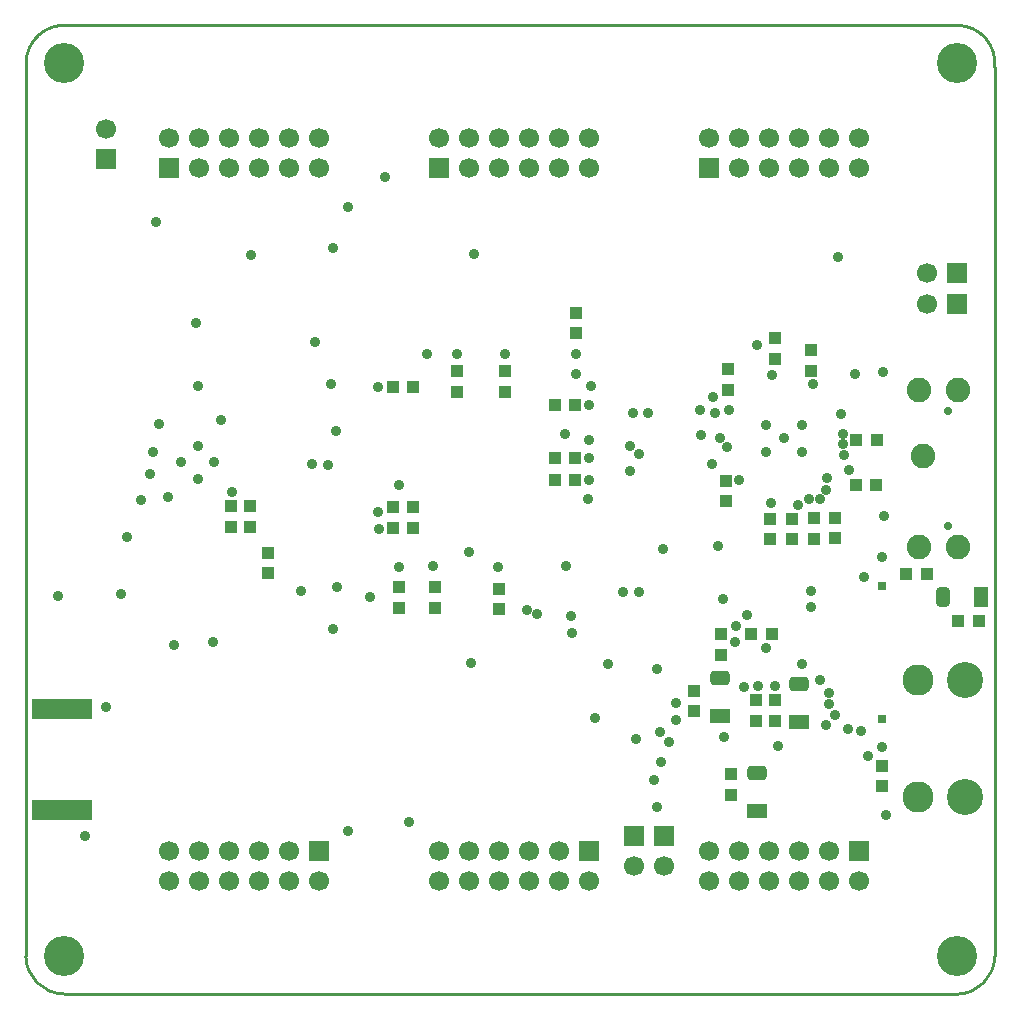
<source format=gbs>
G04*
G04 #@! TF.GenerationSoftware,Altium Limited,Altium Designer,20.2.5 (213)*
G04*
G04 Layer_Color=16711935*
%FSLAX42Y42*%
%MOMM*%
G71*
G04*
G04 #@! TF.SameCoordinates,314019C8-8427-4676-9664-B8FEBD72C539*
G04*
G04*
G04 #@! TF.FilePolarity,Negative*
G04*
G01*
G75*
%ADD13C,0.25*%
%ADD55R,1.00X1.00*%
%ADD58R,1.00X1.00*%
%ADD59R,0.80X0.80*%
G04:AMPARAMS|DCode=60|XSize=0.8mm|YSize=0.8mm|CornerRadius=0.25mm|HoleSize=0mm|Usage=FLASHONLY|Rotation=270.000|XOffset=0mm|YOffset=0mm|HoleType=Round|Shape=RoundedRectangle|*
%AMROUNDEDRECTD60*
21,1,0.80,0.30,0,0,270.0*
21,1,0.30,0.80,0,0,270.0*
1,1,0.50,-0.15,-0.15*
1,1,0.50,-0.15,0.15*
1,1,0.50,0.15,0.15*
1,1,0.50,0.15,-0.15*
%
%ADD60ROUNDEDRECTD60*%
%ADD71R,5.10X1.80*%
%ADD90C,0.70*%
%ADD91C,2.08*%
%ADD92C,2.63*%
%ADD93C,3.05*%
%ADD94C,1.70*%
%ADD95R,1.70X1.70*%
%ADD96R,1.70X1.70*%
%ADD97C,3.40*%
%ADD98C,0.91*%
%ADD117R,1.20X1.70*%
G04:AMPARAMS|DCode=118|XSize=1.2mm|YSize=1.7mm|CornerRadius=0.35mm|HoleSize=0mm|Usage=FLASHONLY|Rotation=0.000|XOffset=0mm|YOffset=0mm|HoleType=Round|Shape=RoundedRectangle|*
%AMROUNDEDRECTD118*
21,1,1.20,1.00,0,0,0.0*
21,1,0.50,1.70,0,0,0.0*
1,1,0.70,0.25,-0.50*
1,1,0.70,-0.25,-0.50*
1,1,0.70,-0.25,0.50*
1,1,0.70,0.25,0.50*
%
%ADD118ROUNDEDRECTD118*%
G04:AMPARAMS|DCode=119|XSize=1.2mm|YSize=1.7mm|CornerRadius=0.35mm|HoleSize=0mm|Usage=FLASHONLY|Rotation=270.000|XOffset=0mm|YOffset=0mm|HoleType=Round|Shape=RoundedRectangle|*
%AMROUNDEDRECTD119*
21,1,1.20,1.00,0,0,270.0*
21,1,0.50,1.70,0,0,270.0*
1,1,0.70,-0.50,-0.25*
1,1,0.70,-0.50,0.25*
1,1,0.70,0.50,0.25*
1,1,0.70,0.50,-0.25*
%
%ADD119ROUNDEDRECTD119*%
%ADD120R,1.70X1.20*%
D13*
X10799Y10444D02*
G03*
X10483Y10801I-316J38D01*
G01*
X10480Y2597D02*
G03*
X10801Y2921I-3J324D01*
G01*
X2597Y2921D02*
G03*
X2921Y2600I324J3D01*
G01*
X2962Y10799D02*
G03*
X2600Y10478I-39J-321D01*
G01*
X2962Y10799D02*
X2962Y10799D01*
X2598Y2921D02*
X2600Y10478D01*
X2921Y2600D02*
X10480Y2597D01*
X2911Y10800D02*
X10483Y10801D01*
X10800Y10444D02*
X10801Y2921D01*
D55*
X7075Y6947D02*
D03*
X7250D02*
D03*
X7075Y7582D02*
D03*
X7250D02*
D03*
X9798Y6909D02*
D03*
X9623D02*
D03*
X5704Y6718D02*
D03*
X5879D02*
D03*
X7075Y7137D02*
D03*
X7250D02*
D03*
X10052Y6152D02*
D03*
X10227D02*
D03*
X5704Y7734D02*
D03*
X5879D02*
D03*
X5704Y6541D02*
D03*
X5879D02*
D03*
X9628Y7290D02*
D03*
X9803D02*
D03*
X10667Y5753D02*
D03*
X10492D02*
D03*
X8914Y5651D02*
D03*
X8739D02*
D03*
D58*
X6058Y6044D02*
D03*
Y5869D02*
D03*
X6604Y6031D02*
D03*
Y5856D02*
D03*
X6248Y7873D02*
D03*
Y7698D02*
D03*
X6655Y7873D02*
D03*
Y7698D02*
D03*
X8546Y7888D02*
D03*
Y7713D02*
D03*
X8522Y6771D02*
D03*
Y6946D02*
D03*
X9246Y8049D02*
D03*
Y7874D02*
D03*
X9086Y6622D02*
D03*
Y6447D02*
D03*
X5753Y6044D02*
D03*
Y5869D02*
D03*
X7252Y8368D02*
D03*
Y8193D02*
D03*
X8941Y8151D02*
D03*
Y7976D02*
D03*
X9843Y4358D02*
D03*
Y4533D02*
D03*
X8479Y5473D02*
D03*
Y5648D02*
D03*
X9449Y6456D02*
D03*
Y6631D02*
D03*
X9271Y6453D02*
D03*
Y6628D02*
D03*
X8898Y6447D02*
D03*
Y6622D02*
D03*
X8776Y5086D02*
D03*
Y4911D02*
D03*
X4331Y6555D02*
D03*
Y6730D02*
D03*
X4496Y6555D02*
D03*
Y6730D02*
D03*
X4648Y6336D02*
D03*
Y6161D02*
D03*
X8570Y4461D02*
D03*
Y4286D02*
D03*
X8941Y5086D02*
D03*
Y4911D02*
D03*
X8255Y5167D02*
D03*
Y4992D02*
D03*
D59*
X9843Y6054D02*
D03*
Y4931D02*
D03*
D60*
Y6299D02*
D03*
Y4687D02*
D03*
D71*
X2901Y4160D02*
D03*
Y5010D02*
D03*
D90*
X10407Y7539D02*
D03*
Y6558D02*
D03*
D91*
X10157Y6383D02*
D03*
X10197Y7158D02*
D03*
X10157Y7714D02*
D03*
X10493D02*
D03*
Y6383D02*
D03*
D92*
X10149Y4265D02*
D03*
Y5254D02*
D03*
D93*
X10549Y4265D02*
D03*
Y5254D02*
D03*
D94*
X10224Y8700D02*
D03*
Y8440D02*
D03*
X7747Y3683D02*
D03*
X8001D02*
D03*
X5080Y3556D02*
D03*
X4826Y3810D02*
D03*
X4572D02*
D03*
X4318D02*
D03*
X4064D02*
D03*
X3810D02*
D03*
X4826Y3556D02*
D03*
X4572D02*
D03*
X4318D02*
D03*
X4064D02*
D03*
X3810D02*
D03*
X6096D02*
D03*
X6350D02*
D03*
X6604D02*
D03*
X6858D02*
D03*
X7112D02*
D03*
X6096Y3810D02*
D03*
X6350D02*
D03*
X6604D02*
D03*
X6858D02*
D03*
X7112D02*
D03*
X7366Y3556D02*
D03*
X8382D02*
D03*
X8636D02*
D03*
X8890D02*
D03*
X9144D02*
D03*
X9398D02*
D03*
X8382Y3810D02*
D03*
X8636D02*
D03*
X8890D02*
D03*
X9144D02*
D03*
X9398D02*
D03*
X9652Y3556D02*
D03*
X5080Y9843D02*
D03*
X4826D02*
D03*
X4572D02*
D03*
X4318D02*
D03*
X4064D02*
D03*
X5080Y9589D02*
D03*
X4826D02*
D03*
X4572D02*
D03*
X4318D02*
D03*
X4064D02*
D03*
X3810Y9843D02*
D03*
X7366D02*
D03*
X7112D02*
D03*
X6858D02*
D03*
X6604D02*
D03*
X6350D02*
D03*
X7366Y9589D02*
D03*
X7112D02*
D03*
X6858D02*
D03*
X6604D02*
D03*
X6350D02*
D03*
X6096Y9843D02*
D03*
X9652D02*
D03*
X9398D02*
D03*
X9144D02*
D03*
X8890D02*
D03*
X8636D02*
D03*
X9652Y9589D02*
D03*
X9398D02*
D03*
X9144D02*
D03*
X8890D02*
D03*
X8636D02*
D03*
X8382Y9843D02*
D03*
X3277Y9919D02*
D03*
D95*
X10478Y8700D02*
D03*
Y8440D02*
D03*
X5080Y3810D02*
D03*
X7366D02*
D03*
X9652D02*
D03*
X3810Y9589D02*
D03*
X6096D02*
D03*
X8382D02*
D03*
D96*
X7747Y3937D02*
D03*
X8001D02*
D03*
X3277Y9665D02*
D03*
D97*
X10478Y2921D02*
D03*
Y10478D02*
D03*
X2921D02*
D03*
Y2921D02*
D03*
D98*
X7968Y4818D02*
D03*
X7790Y6002D02*
D03*
X7650Y6000D02*
D03*
X8103Y4917D02*
D03*
X8100Y5065D02*
D03*
X7973Y4564D02*
D03*
X7920Y4409D02*
D03*
X8039Y4732D02*
D03*
X7938Y4178D02*
D03*
X9619Y7846D02*
D03*
X9665Y4826D02*
D03*
X9555Y4843D02*
D03*
X5194Y5690D02*
D03*
X5512Y5956D02*
D03*
X7379Y7747D02*
D03*
X8704Y5805D02*
D03*
X9855Y7861D02*
D03*
X5220Y7366D02*
D03*
X9881Y4115D02*
D03*
X5639Y9512D02*
D03*
X3099Y3937D02*
D03*
X9474Y8839D02*
D03*
X9258Y7760D02*
D03*
X8785Y8093D02*
D03*
X6350Y6337D02*
D03*
X4508Y8852D02*
D03*
X5194Y8915D02*
D03*
X3696Y9131D02*
D03*
X3277Y5029D02*
D03*
X5753Y6909D02*
D03*
X6388Y8865D02*
D03*
X5321Y9258D02*
D03*
X7252Y7849D02*
D03*
X7163Y7341D02*
D03*
X7252Y8014D02*
D03*
X5994D02*
D03*
X6250D02*
D03*
X5842Y4051D02*
D03*
X5321Y3975D02*
D03*
X8611Y5715D02*
D03*
X8598Y5575D02*
D03*
X8497Y5944D02*
D03*
X8458Y6388D02*
D03*
X9169Y5397D02*
D03*
X7988Y6363D02*
D03*
X7362Y7286D02*
D03*
X7175Y6223D02*
D03*
X7358Y6790D02*
D03*
X6597Y6218D02*
D03*
X8509Y4775D02*
D03*
X9322Y5258D02*
D03*
X9449Y4959D02*
D03*
X7529Y5395D02*
D03*
X7219Y5657D02*
D03*
X7940Y5347D02*
D03*
X6924Y5817D02*
D03*
X6840Y5852D02*
D03*
X7419Y4935D02*
D03*
X7216Y5799D02*
D03*
X7764Y4762D02*
D03*
X6364Y5399D02*
D03*
X8682Y5202D02*
D03*
X9726Y4618D02*
D03*
X8799Y5204D02*
D03*
X8865Y5532D02*
D03*
X8941Y5210D02*
D03*
X9401Y5050D02*
D03*
X9398Y5146D02*
D03*
X9698Y6132D02*
D03*
X9246Y5878D02*
D03*
X9248Y6015D02*
D03*
X9860Y6650D02*
D03*
X9139Y6739D02*
D03*
X8909Y6757D02*
D03*
X9384Y6968D02*
D03*
X9525Y7163D02*
D03*
X9373Y6870D02*
D03*
X9319Y6787D02*
D03*
X9225D02*
D03*
X9512Y7252D02*
D03*
X9563Y7036D02*
D03*
X9512Y7341D02*
D03*
X8966Y4699D02*
D03*
X9373Y4877D02*
D03*
X9500Y7506D02*
D03*
X8636Y6947D02*
D03*
X9169Y7188D02*
D03*
X8865D02*
D03*
X9017Y7303D02*
D03*
X8865Y7417D02*
D03*
X9169D02*
D03*
X8407Y7087D02*
D03*
X7709Y7023D02*
D03*
X8318Y7328D02*
D03*
X7785Y7175D02*
D03*
X8306Y7544D02*
D03*
X8413Y7654D02*
D03*
X8433Y7518D02*
D03*
X7861D02*
D03*
X7734D02*
D03*
X7709Y7239D02*
D03*
X8552Y7544D02*
D03*
X7366Y7582D02*
D03*
Y7137D02*
D03*
Y6947D02*
D03*
X8471Y7303D02*
D03*
X8534Y7226D02*
D03*
X8915Y7836D02*
D03*
X6655Y8014D02*
D03*
X5182Y7760D02*
D03*
X6049Y6219D02*
D03*
X5753Y6210D02*
D03*
X5588Y6540D02*
D03*
X5575Y6680D02*
D03*
Y7734D02*
D03*
X5042Y8115D02*
D03*
X3569Y6782D02*
D03*
X4928Y6007D02*
D03*
X2870Y5969D02*
D03*
X4178Y5575D02*
D03*
X5232Y6045D02*
D03*
X3404Y5982D02*
D03*
X3454Y6464D02*
D03*
X5017Y7087D02*
D03*
X5156Y7074D02*
D03*
X4343Y6845D02*
D03*
X4051Y7747D02*
D03*
X4254Y7455D02*
D03*
X4191Y7099D02*
D03*
X4051Y6960D02*
D03*
Y7239D02*
D03*
X3912Y7099D02*
D03*
X3797Y6807D02*
D03*
X3721Y7429D02*
D03*
X3670Y7188D02*
D03*
X3848Y5550D02*
D03*
X3645Y6998D02*
D03*
X4039Y8280D02*
D03*
D117*
X10681Y5956D02*
D03*
D118*
X10360D02*
D03*
D119*
X8788Y4468D02*
D03*
X9141Y5222D02*
D03*
X8473Y5274D02*
D03*
D120*
X8788Y4147D02*
D03*
X9141Y4901D02*
D03*
X8473Y4953D02*
D03*
M02*

</source>
